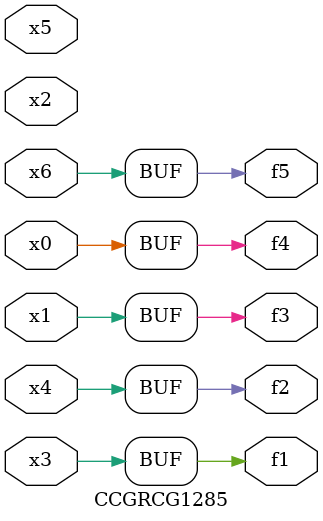
<source format=v>
module CCGRCG1285(
	input x0, x1, x2, x3, x4, x5, x6,
	output f1, f2, f3, f4, f5
);
	assign f1 = x3;
	assign f2 = x4;
	assign f3 = x1;
	assign f4 = x0;
	assign f5 = x6;
endmodule

</source>
